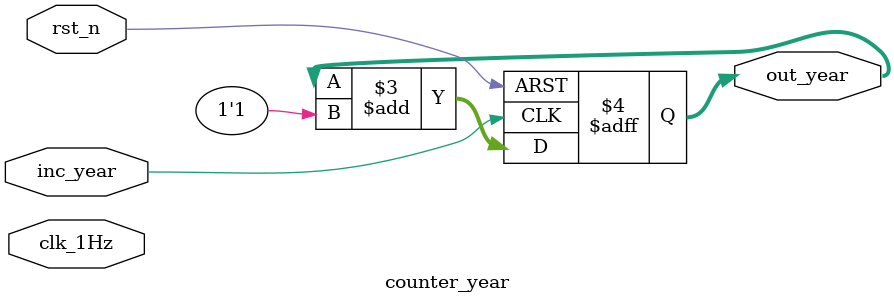
<source format=v>
module counter_year  (
	input clk_1Hz,    // Clock
	input rst_n,  // Asynchronous reset active low
	input inc_year,

	output reg [5:0] out_year 
);	
	always @(posedge inc_year  or negedge rst_n) begin
		if(~rst_n) begin
			out_year  <= 0;
		end else begin
			out_year  <= out_year  + 1'b1;
		end
	end
endmodule

</source>
